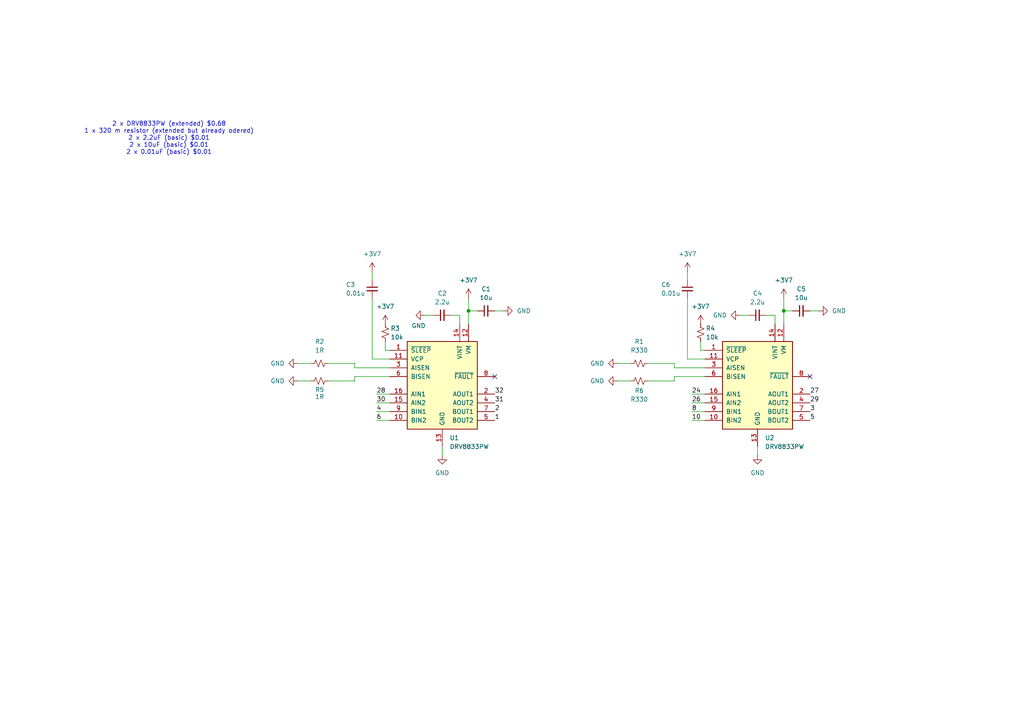
<source format=kicad_sch>
(kicad_sch (version 20250114) (generator "eeschema") (generator_version "9.0")
  (paper "A4")
  (title_block (title "Motor Control") (date "2025-03-24") (rev "v0") (company "University of Cape Town") (comment 4 "@author: Saeed Solomon"))
  (lib_symbols
    (symbol "Device:C_Small" (pin_numbers (hide yes)) (pin_names (offset 0.254) (hide yes))
      (property "Reference" "C" (at 0.254 1.778 0))
      (property "Value" "C_Small" (at 0.254 -2.032 0))
      (symbol "C_Small_0_1"
        (polyline (pts (xy -1.524 0.508) (xy 1.524 0.508)) (stroke (width 0.3048)))
        (polyline (pts (xy -1.524 -0.508) (xy 1.524 -0.508)) (stroke (width 0.3302)))
      )
      (symbol "C_Small_1_1"
        (pin passive line (at 0 2.54 270) (length 2.032) (name "~") (number "1"))
        (pin passive line (at 0 -2.54 90) (length 2.032) (name "~") (number "2"))
      )
    )
    (symbol "Device:R_Small_US" (pin_numbers (hide yes)) (pin_names (offset 0.254) (hide yes))
      (property "Reference" "R" (at 0.762 0.508 0))
      (property "Value" "R_Small_US" (at 0.762 -1.016 0))
      (symbol "R_Small_US_1_1"
        (polyline (pts (xy 0 1.524) (xy 1.016 1.143) (xy 0 0.762) (xy -1.016 0.381) (xy 0 0)))
        (polyline (pts (xy 0 0) (xy 1.016 -0.381) (xy 0 -0.762) (xy -1.016 -1.143) (xy 0 -1.524)))
        (pin passive line (at 0 2.54 270) (length 1.016) (name "~") (number "1"))
        (pin passive line (at 0 -2.54 90) (length 1.016) (name "~") (number "2"))
      )
    )
    (symbol "Driver_Motor:DRV8833PW" (pin_names (offset 1.016))
      (property "Reference" "U" (at -3.81 16.51 0))
      (property "Value" "DRV8833PW" (at -3.81 13.97 0))
      (symbol "DRV8833PW_0_1"
        (rectangle (start -10.16 12.7) (end 10.16 -12.7) (stroke (width 0.254)) (fill (type background)))
      )
      (symbol "DRV8833PW_1_1"
        (pin input line (at -15.24 10.16 0) (length 5.08) (name "~{SLEEP}") (number "1"))
        (pin bidirectional line (at -15.24 7.62 0) (length 5.08) (name "VCP") (number "11"))
        (pin bidirectional line (at -15.24 5.08 0) (length 5.08) (name "AISEN") (number "3"))
        (pin bidirectional line (at -15.24 2.54 0) (length 5.08) (name "BISEN") (number "6"))
        (pin input line (at -15.24 -2.54 0) (length 5.08) (name "AIN1") (number "16"))
        (pin input line (at -15.24 -5.08 0) (length 5.08) (name "AIN2") (number "15"))
        (pin input line (at -15.24 -7.62 0) (length 5.08) (name "BIN1") (number "9"))
        (pin input line (at -15.24 -10.16 0) (length 5.08) (name "BIN2") (number "10"))
        (pin power_in line (at 0 -17.78 90) (length 5.08) (name "GND") (number "13"))
        (pin power_in line (at 5.08 17.78 270) (length 5.08) (name "VINT") (number "14"))
        (pin power_in line (at 7.62 17.78 270) (length 5.08) (name "VM") (number "12"))
        (pin open_collector line (at 15.24 2.54 180) (length 5.08) (name "~{FAULT}") (number "8"))
        (pin power_out line (at 15.24 -2.54 180) (length 5.08) (name "AOUT1") (number "2"))
        (pin power_out line (at 15.24 -5.08 180) (length 5.08) (name "AOUT2") (number "4"))
        (pin power_out line (at 15.24 -7.62 180) (length 5.08) (name "BOUT1") (number "7"))
        (pin power_out line (at 15.24 -10.16 180) (length 5.08) (name "BOUT2") (number "5"))
      )
    )
    (symbol "power:+3V8" (power) (pin_numbers (hide yes)) (pin_names (offset 0) (hide yes))
      (property "Value" "+3V8" (at 0 3.556 0))
      (symbol "+3V8_0_1"
        (polyline (pts (xy -0.762 1.27) (xy 0 2.54)))
        (polyline (pts (xy 0 2.54) (xy 0.762 1.27)))
        (polyline (pts (xy 0 0) (xy 0 2.54)))
      )
      (symbol "+3V8_1_1"
        (pin power_in line (at 0 0 90) (length 0) (name "~") (number "1"))
      )
    )
    (symbol "power:GND" (power) (pin_numbers (hide yes)) (pin_names (offset 0) (hide yes))
      (property "Value" "GND" (at 0 -3.81 0))
      (symbol "GND_0_1"
        (polyline (pts (xy 0 0) (xy 0 -1.27) (xy 1.27 -1.27) (xy 0 -2.54) (xy -1.27 -1.27) (xy 0 -1.27)))
      )
      (symbol "GND_1_1"
        (pin power_in line (at 0 0 270) (length 0) (name "~") (number "1"))
      )
    )
  )
  (text "2 x DRV8833PW (extended) $0.68\n1 x 320 m resistor (extended but already odered)\n2 x 2.2uF (basic) $0.01\n2 x 10uF (basic) $0.01\n2 x 0.01uF (basic) $0.01" (at 49.022 40.132 0) (effects (font (size 1.27 1.27))))
  (junction (at 227.33 90.17))
  (junction (at 135.89 90.17))
  (no_connect (at 143.51 109.22))
  (no_connect (at 234.95 109.22))
  (wire (pts (xy 187.96 110.49) (xy 195.58 110.49)))
  (wire (pts (xy 195.58 109.22) (xy 195.58 110.49)))
  (wire (pts (xy 113.03 106.68) (xy 102.87 106.68)))
  (wire (pts (xy 111.76 99.06) (xy 111.76 101.6)))
  (wire (pts (xy 200.66 114.3) (xy 204.47 114.3)))
  (wire (pts (xy 187.96 105.41) (xy 195.58 105.41)))
  (wire (pts (xy 135.89 90.17) (xy 135.89 93.98)))
  (wire (pts (xy 224.79 93.98) (xy 224.79 91.44)))
  (wire (pts (xy 130.81 91.44) (xy 133.35 91.44)))
  (wire (pts (xy 222.25 91.44) (xy 224.79 91.44)))
  (wire (pts (xy 179.07 105.41) (xy 182.88 105.41)))
  (wire (pts (xy 227.33 86.36) (xy 227.33 90.17)))
  (wire (pts (xy 113.03 109.22) (xy 102.87 109.22)))
  (wire (pts (xy 95.25 110.49) (xy 102.87 110.49)))
  (wire (pts (xy 203.2 99.06) (xy 203.2 101.6)))
  (wire (pts (xy 86.36 110.49) (xy 90.17 110.49)))
  (wire (pts (xy 109.22 121.92) (xy 113.03 121.92)))
  (wire (pts (xy 200.66 121.92) (xy 204.47 121.92)))
  (wire (pts (xy 102.87 105.41) (xy 102.87 106.68)))
  (wire (pts (xy 86.36 105.41) (xy 90.17 105.41)))
  (wire (pts (xy 107.95 86.36) (xy 107.95 104.14)))
  (wire (pts (xy 109.22 114.3) (xy 113.03 114.3)))
  (wire (pts (xy 123.19 91.44) (xy 125.73 91.44)))
  (wire (pts (xy 204.47 104.14) (xy 199.39 104.14)))
  (wire (pts (xy 227.33 90.17) (xy 229.87 90.17)))
  (wire (pts (xy 95.25 105.41) (xy 102.87 105.41)))
  (wire (pts (xy 204.47 106.68) (xy 195.58 106.68)))
  (wire (pts (xy 135.89 86.36) (xy 135.89 90.17)))
  (wire (pts (xy 214.63 91.44) (xy 217.17 91.44)))
  (wire (pts (xy 204.47 109.22) (xy 195.58 109.22)))
  (wire (pts (xy 109.22 119.38) (xy 113.03 119.38)))
  (wire (pts (xy 199.39 86.36) (xy 199.39 104.14)))
  (wire (pts (xy 107.95 78.74) (xy 107.95 81.28)))
  (wire (pts (xy 143.51 90.17) (xy 146.05 90.17)))
  (wire (pts (xy 219.71 129.54) (xy 219.71 132.08)))
  (wire (pts (xy 111.76 101.6) (xy 113.03 101.6)))
  (wire (pts (xy 179.07 110.49) (xy 182.88 110.49)))
  (wire (pts (xy 135.89 90.17) (xy 138.43 90.17)))
  (wire (pts (xy 234.95 90.17) (xy 237.49 90.17)))
  (wire (pts (xy 199.39 78.74) (xy 199.39 81.28)))
  (wire (pts (xy 133.35 93.98) (xy 133.35 91.44)))
  (wire (pts (xy 128.27 129.54) (xy 128.27 132.08)))
  (wire (pts (xy 227.33 90.17) (xy 227.33 93.98)))
  (wire (pts (xy 203.2 101.6) (xy 204.47 101.6)))
  (wire (pts (xy 195.58 106.68) (xy 195.58 105.41)))
  (wire (pts (xy 113.03 104.14) (xy 107.95 104.14)))
  (wire (pts (xy 109.22 116.84) (xy 113.03 116.84)))
  (wire (pts (xy 102.87 109.22) (xy 102.87 110.49)))
  (wire (pts (xy 200.66 116.84) (xy 204.47 116.84)))
  (wire (pts (xy 200.66 119.38) (xy 204.47 119.38)))
  (label "24" (at 200.66 114.3 0))
  (label "2" (at 143.51 119.38 0))
  (label "8" (at 200.66 119.38 0))
  (label "30" (at 109.22 116.84 0))
  (label "29" (at 234.95 116.84 0))
  (label "4" (at 109.22 119.38 0))
  (label "1" (at 143.51 121.92 0))
  (label "5" (at 234.95 121.92 0))
  (label "3" (at 234.95 119.38 0))
  (label "10" (at 200.66 121.92 0))
  (label "6" (at 109.22 121.92 0))
  (label "28" (at 109.22 114.3 0))
  (label "26" (at 200.66 116.84 0))
  (label "32" (at 143.51 114.3 0))
  (label "27" (at 234.95 114.3 0))
  (label "31" (at 143.51 116.84 0))
  (symbol (lib_id "power:+3V8") (at 107.95 78.74 0) (unit 1)
    (property "Reference" "#PWR07" (effects (hide yes)))
    (property "Value" "+3V7" (at 107.95 73.66 0))
    (property "Description" "Power symbol creates a global label with name \"+3V8\"" (effects (hide yes)))
  )
  (symbol (lib_id "power:GND") (at 219.71 132.08 0) (unit 1)
    (property "Reference" "#PWR012" (effects (hide yes)))
    (property "Value" "GND" (at 219.71 137.16 0))
    (property "Description" "Power symbol creates a global label with name \"GND\" , ground" (effects (hide yes)))
  )
  (symbol (lib_id "power:GND") (at 179.07 105.41 270) (unit 1)
    (property "Reference" "#PWR01" (effects (hide yes)))
    (property "Value" "GND" (at 175.26 105.4099 90) (effects (justify right)))
    (property "Description" "Power symbol creates a global label with name \"GND\" , ground" (effects (hide yes)))
  )
  (symbol (lib_id "Device:R_Small_US") (at 92.71 105.41 90) (unit 1)
    (property "Reference" "R2" (at 92.71 99.06 90))
    (property "Value" "1R" (at 92.71 101.6 90))
    (property "Footprint" "Resistor_SMD:R_1206_3216Metric_Pad1.30x1.75mm_HandSolder" (effects (hide yes)))
    (property "Datasheet" "https://jlcpcb.com/api/file/downloadByFileSystemAccessId/8579705884869509120" (effects (hide yes)))
    (property "Description" "Resistor, small US symbol" (effects (hide yes)))
    (property "LSCS" "C17928" (effects (hide yes)))
  )
  (symbol (lib_id "Device:C_Small") (at 219.71 91.44 90) (unit 1)
    (property "Reference" "C4" (at 219.7163 85.09 90))
    (property "Value" "2.2u" (at 219.7163 87.63 90))
    (property "Footprint" "Capacitor_SMD:C_0402_1005Metric_Pad0.74x0.62mm_HandSolder" (effects (hide yes)))
    (property "Datasheet" "https://jlcpcb.com/api/file/downloadByFileSystemAccessId/8586178550172540928" (effects (hide yes)))
    (property "Description" "Unpolarized capacitor, small symbol" (effects (hide yes)))
    (property "LSCS" "C12530" (effects (hide yes)))
  )
  (symbol (lib_id "power:GND") (at 214.63 91.44 270) (unit 1)
    (property "Reference" "#PWR08" (effects (hide yes)))
    (property "Value" "GND" (at 210.82 91.4399 90) (effects (justify right)))
    (property "Description" "Power symbol creates a global label with name \"GND\" , ground" (effects (hide yes)))
  )
  (symbol (lib_id "Driver_Motor:DRV8833PW") (at 128.27 111.76 0) (unit 1)
    (property "Reference" "U1" (at 130.4133 127 0) (effects (justify left)))
    (property "Value" "DRV8833PW" (at 130.4133 129.54 0) (effects (justify left)))
    (property "Footprint" "Package_SO:TSSOP-16_4.4x5mm_P0.65mm" (effects (hide yes)))
    (property "Datasheet" "https://jlcpcb.com/api/file/downloadByFileSystemAccessId/8588881461298802689" (effects (hide yes)))
    (property "Description" "Dual H-Bridge Motor Driver, TSSOP-16" (effects (hide yes)))
    (property "LSCS" " C50506" (effects (hide yes)))
  )
  (symbol (lib_id "power:GND") (at 86.36 105.41 270) (unit 1)
    (property "Reference" "#PWR03" (effects (hide yes)))
    (property "Value" "GND" (at 82.55 105.4099 90) (effects (justify right)))
    (property "Description" "Power symbol creates a global label with name \"GND\" , ground" (effects (hide yes)))
  )
  (symbol (lib_id "Device:R_Small_US") (at 203.2 96.52 0) (unit 1)
    (property "Reference" "R4" (at 204.724 95.25 0) (effects (justify left)))
    (property "Value" "10k" (at 204.724 97.79 0) (effects (justify left)))
    (property "Footprint" "Resistor_SMD:R_0402_1005Metric_Pad0.72x0.64mm_HandSolder" (effects (hide yes)))
    (property "Datasheet" "https://jlcpcb.com/api/file/downloadByFileSystemAccessId/8562006748401074176" (effects (hide yes)))
    (property "Description" "Resistor, small US symbol" (effects (hide yes)))
    (property "LSCS" "C17414" (effects (hide yes)))
  )
  (symbol (lib_id "power:GND") (at 146.05 90.17 90) (unit 1)
    (property "Reference" "#PWR04" (effects (hide yes)))
    (property "Value" "GND" (at 149.86 90.1699 90) (effects (justify right)))
    (property "Description" "Power symbol creates a global label with name \"GND\" , ground" (effects (hide yes)))
  )
  (symbol (lib_id "power:+3V8") (at 135.89 86.36 0) (unit 1)
    (property "Reference" "#PWR05" (effects (hide yes)))
    (property "Value" "+3V7" (at 135.89 81.28 0))
    (property "Description" "Power symbol creates a global label with name \"+3V8\"" (effects (hide yes)))
  )
  (symbol (lib_id "power:GND") (at 237.49 90.17 90) (unit 1)
    (property "Reference" "#PWR010" (effects (hide yes)))
    (property "Value" "GND" (at 241.3 90.1699 90) (effects (justify right)))
    (property "Description" "Power symbol creates a global label with name \"GND\" , ground" (effects (hide yes)))
  )
  (symbol (lib_id "power:+3V8") (at 227.33 86.36 0) (unit 1)
    (property "Reference" "#PWR09" (effects (hide yes)))
    (property "Value" "+3V7" (at 227.33 81.28 0))
    (property "Description" "Power symbol creates a global label with name \"+3V8\"" (effects (hide yes)))
  )
  (symbol (lib_id "power:+3V8") (at 111.76 93.98 0) (unit 1)
    (property "Reference" "#PWR013" (effects (hide yes)))
    (property "Value" "+3V7" (at 111.76 88.9 0))
    (property "Description" "Power symbol creates a global label with name \"+3V8\"" (effects (hide yes)))
  )
  (symbol (lib_id "Driver_Motor:DRV8833PW") (at 219.71 111.76 0) (unit 1)
    (property "Reference" "U2" (at 221.8533 127 0) (effects (justify left)))
    (property "Value" "DRV8833PW" (at 221.8533 129.54 0) (effects (justify left)))
    (property "Footprint" "Package_SO:TSSOP-16_4.4x5mm_P0.65mm" (effects (hide yes)))
    (property "Datasheet" "https://jlcpcb.com/api/file/downloadByFileSystemAccessId/8588881461298802689" (effects (hide yes)))
    (property "Description" "Dual H-Bridge Motor Driver, TSSOP-16" (effects (hide yes)))
    (property "LSCS" " C50506" (effects (hide yes)))
  )
  (symbol (lib_id "Device:C_Small") (at 140.97 90.17 90) (unit 1)
    (property "Reference" "C1" (at 140.9763 83.82 90))
    (property "Value" "10u" (at 140.9763 86.36 90))
    (property "Footprint" "Capacitor_SMD:C_0402_1005Metric_Pad0.74x0.62mm_HandSolder" (effects (hide yes)))
    (property "Datasheet" "https://jlcpcb.com/api/file/downloadByFileSystemAccessId/8579707190011494400" (effects (hide yes)))
    (property "Description" "Unpolarized capacitor, small symbol" (effects (hide yes)))
    (property "LSCS" "C15525" (effects (hide yes)))
  )
  (symbol (lib_id "Device:R_Small_US") (at 185.42 105.41 90) (unit 1)
    (property "Reference" "R1" (at 185.42 99.06 90))
    (property "Value" "R330" (at 185.42 101.6 90))
    (property "Footprint" "Resistor_SMD:R_1206_3216Metric_Pad1.30x1.75mm_HandSolder" (effects (hide yes)))
    (property "Datasheet" "https://jlcpcb.com/api/file/downloadByFileSystemAccessId/8586177390104227840" (effects (hide yes)))
    (property "Description" "Resistor, small US symbol" (effects (hide yes)))
    (property "LSCS" "C25337" (effects (hide yes)))
  )
  (symbol (lib_id "Device:R_Small_US") (at 185.42 110.49 90) (unit 1)
    (property "Reference" "R6" (at 185.42 113.284 90))
    (property "Value" "R330" (at 185.42 115.824 90))
    (property "Footprint" "Resistor_SMD:R_1206_3216Metric_Pad1.30x1.75mm_HandSolder" (effects (hide yes)))
    (property "Datasheet" "https://jlcpcb.com/api/file/downloadByFileSystemAccessId/8586177390104227840" (effects (hide yes)))
    (property "Description" "Resistor, small US symbol" (effects (hide yes)))
    (property "LSCS" "C25337" (effects (hide yes)))
  )
  (symbol (lib_id "Device:R_Small_US") (at 92.71 110.49 90) (unit 1)
    (property "Reference" "R5" (at 92.71 113.03 90))
    (property "Value" "1R" (at 92.71 115.062 90))
    (property "Footprint" "Resistor_SMD:R_1206_3216Metric_Pad1.30x1.75mm_HandSolder" (effects (hide yes)))
    (property "Datasheet" "https://jlcpcb.com/api/file/downloadByFileSystemAccessId/8579705884869509120" (effects (hide yes)))
    (property "Description" "Resistor, small US symbol" (effects (hide yes)))
    (property "LSCS" "C17928" (effects (hide yes)))
  )
  (symbol (lib_id "power:GND") (at 128.27 132.08 0) (unit 1)
    (property "Reference" "#PWR02" (effects (hide yes)))
    (property "Value" "GND" (at 128.27 137.16 0))
    (property "Description" "Power symbol creates a global label with name \"GND\" , ground" (effects (hide yes)))
  )
  (symbol (lib_id "Device:C_Small") (at 128.27 91.44 90) (unit 1)
    (property "Reference" "C2" (at 128.2763 85.09 90))
    (property "Value" "2.2u" (at 128.2763 87.63 90))
    (property "Footprint" "Capacitor_SMD:C_0402_1005Metric_Pad0.74x0.62mm_HandSolder" (effects (hide yes)))
    (property "Datasheet" "https://jlcpcb.com/api/file/downloadByFileSystemAccessId/8586178550172540928" (effects (hide yes)))
    (property "Description" "Unpolarized capacitor, small symbol" (effects (hide yes)))
    (property "LSCS" "C12530" (effects (hide yes)))
  )
  (symbol (lib_id "Device:C_Small") (at 199.39 83.82 0) (unit 1)
    (property "Reference" "C6" (at 191.77 82.55 0) (effects (justify left)))
    (property "Value" "0.01u" (at 191.77 85.09 0) (effects (justify left)))
    (property "Footprint" "Capacitor_SMD:C_0805_2012Metric_Pad1.18x1.45mm_HandSolder" (effects (hide yes)))
    (property "Datasheet" "https://jlcpcb.com/api/file/downloadByFileSystemAccessId/8579706770736144384" (effects (hide yes)))
    (property "Description" "Unpolarized capacitor, small symbol" (effects (hide yes)))
    (property "LSCS" "C1710" (effects (hide yes)))
  )
  (symbol (lib_id "power:+3V8") (at 199.39 78.74 0) (unit 1)
    (property "Reference" "#PWR011" (effects (hide yes)))
    (property "Value" "+3V7" (at 199.39 73.66 0))
    (property "Description" "Power symbol creates a global label with name \"+3V8\"" (effects (hide yes)))
  )
  (symbol (lib_id "Device:R_Small_US") (at 111.76 96.52 0) (unit 1)
    (property "Reference" "R3" (at 113.284 95.25 0) (effects (justify left)))
    (property "Value" "10k" (at 113.284 97.79 0) (effects (justify left)))
    (property "Footprint" "Resistor_SMD:R_0402_1005Metric_Pad0.72x0.64mm_HandSolder" (effects (hide yes)))
    (property "Datasheet" "https://jlcpcb.com/api/file/downloadByFileSystemAccessId/8562006748401074176" (effects (hide yes)))
    (property "Description" "Resistor, small US symbol" (effects (hide yes)))
    (property "LSCS" "C17414" (effects (hide yes)))
  )
  (symbol (lib_id "power:GND") (at 179.07 110.49 270) (unit 1)
    (property "Reference" "#PWR016" (effects (hide yes)))
    (property "Value" "GND" (at 175.26 110.4899 90) (effects (justify right)))
    (property "Description" "Power symbol creates a global label with name \"GND\" , ground" (effects (hide yes)))
  )
  (symbol (lib_id "Device:C_Small") (at 107.95 83.82 0) (unit 1)
    (property "Reference" "C3" (at 100.33 82.55 0) (effects (justify left)))
    (property "Value" "0.01u" (at 100.33 85.09 0) (effects (justify left)))
    (property "Footprint" "Capacitor_SMD:C_0805_2012Metric_Pad1.18x1.45mm_HandSolder" (effects (hide yes)))
    (property "Datasheet" "https://jlcpcb.com/api/file/downloadByFileSystemAccessId/8579706770736144384" (effects (hide yes)))
    (property "Description" "Unpolarized capacitor, small symbol" (effects (hide yes)))
    (property "LSCS" "C1710" (effects (hide yes)))
  )
  (symbol (lib_id "Device:C_Small") (at 232.41 90.17 90) (unit 1)
    (property "Reference" "C5" (at 232.4163 83.82 90))
    (property "Value" "10u" (at 232.4163 86.36 90))
    (property "Footprint" "Capacitor_SMD:C_0402_1005Metric_Pad0.74x0.62mm_HandSolder" (effects (hide yes)))
    (property "Datasheet" "https://jlcpcb.com/api/file/downloadByFileSystemAccessId/8579707190011494400" (effects (hide yes)))
    (property "Description" "Unpolarized capacitor, small symbol" (effects (hide yes)))
    (property "LSCS" "C15525" (effects (hide yes)))
  )
  (symbol (lib_id "power:+3V8") (at 203.2 93.98 0) (unit 1)
    (property "Reference" "#PWR014" (effects (hide yes)))
    (property "Value" "+3V7" (at 203.2 88.9 0))
    (property "Description" "Power symbol creates a global label with name \"+3V8\"" (effects (hide yes)))
  )
  (symbol (lib_id "power:GND") (at 123.19 91.44 270) (unit 1)
    (property "Reference" "#PWR06" (effects (hide yes)))
    (property "Value" "GND" (at 123.444 94.488 90) (effects (justify right)))
    (property "Description" "Power symbol creates a global label with name \"GND\" , ground" (effects (hide yes)))
  )
  (symbol (lib_id "power:GND") (at 86.36 110.49 270) (unit 1)
    (property "Reference" "#PWR015" (effects (hide yes)))
    (property "Value" "GND" (at 82.55 110.4899 90) (effects (justify right)))
    (property "Description" "Power symbol creates a global label with name \"GND\" , ground" (effects (hide yes)))
  )
)
</source>
